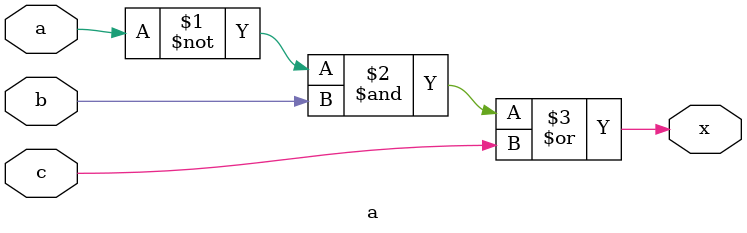
<source format=sv>
module a (
    input a, b, c,
    output x
);

assign x = ~a & b | c;
    
endmodule
</source>
